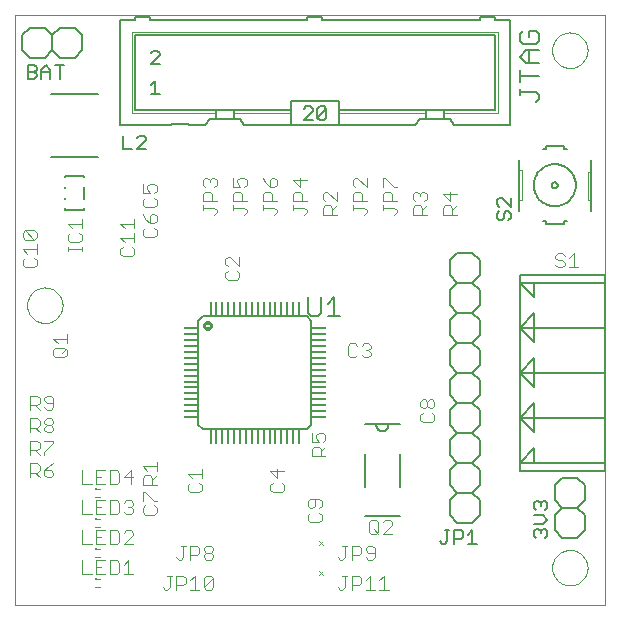
<source format=gto>
G75*
%MOIN*%
%OFA0B0*%
%FSLAX24Y24*%
%IPPOS*%
%LPD*%
%AMOC8*
5,1,8,0,0,1.08239X$1,22.5*
%
%ADD10C,0.0000*%
%ADD11C,0.0020*%
%ADD12C,0.0080*%
%ADD13C,0.0100*%
%ADD14R,0.0472X0.0079*%
%ADD15R,0.0079X0.0472*%
%ADD16C,0.0060*%
%ADD17C,0.0040*%
%ADD18C,0.0050*%
%ADD19C,0.0079*%
%ADD20C,0.0070*%
%ADD21R,0.0098X0.0089*%
D10*
X000800Y000550D02*
X000800Y020235D01*
X020485Y020235D01*
X020485Y000550D01*
X000800Y000550D01*
X001209Y010550D02*
X001211Y010598D01*
X001217Y010646D01*
X001227Y010693D01*
X001240Y010739D01*
X001258Y010784D01*
X001278Y010828D01*
X001303Y010870D01*
X001331Y010909D01*
X001361Y010946D01*
X001395Y010980D01*
X001432Y011012D01*
X001470Y011041D01*
X001511Y011066D01*
X001554Y011088D01*
X001599Y011106D01*
X001645Y011120D01*
X001692Y011131D01*
X001740Y011138D01*
X001788Y011141D01*
X001836Y011140D01*
X001884Y011135D01*
X001932Y011126D01*
X001978Y011114D01*
X002023Y011097D01*
X002067Y011077D01*
X002109Y011054D01*
X002149Y011027D01*
X002187Y010997D01*
X002222Y010964D01*
X002254Y010928D01*
X002284Y010890D01*
X002310Y010849D01*
X002332Y010806D01*
X002352Y010762D01*
X002367Y010717D01*
X002379Y010670D01*
X002387Y010622D01*
X002391Y010574D01*
X002391Y010526D01*
X002387Y010478D01*
X002379Y010430D01*
X002367Y010383D01*
X002352Y010338D01*
X002332Y010294D01*
X002310Y010251D01*
X002284Y010210D01*
X002254Y010172D01*
X002222Y010136D01*
X002187Y010103D01*
X002149Y010073D01*
X002109Y010046D01*
X002067Y010023D01*
X002023Y010003D01*
X001978Y009986D01*
X001932Y009974D01*
X001884Y009965D01*
X001836Y009960D01*
X001788Y009959D01*
X001740Y009962D01*
X001692Y009969D01*
X001645Y009980D01*
X001599Y009994D01*
X001554Y010012D01*
X001511Y010034D01*
X001470Y010059D01*
X001432Y010088D01*
X001395Y010120D01*
X001361Y010154D01*
X001331Y010191D01*
X001303Y010230D01*
X001278Y010272D01*
X001258Y010316D01*
X001240Y010361D01*
X001227Y010407D01*
X001217Y010454D01*
X001211Y010502D01*
X001209Y010550D01*
X018709Y019050D02*
X018711Y019098D01*
X018717Y019146D01*
X018727Y019193D01*
X018740Y019239D01*
X018758Y019284D01*
X018778Y019328D01*
X018803Y019370D01*
X018831Y019409D01*
X018861Y019446D01*
X018895Y019480D01*
X018932Y019512D01*
X018970Y019541D01*
X019011Y019566D01*
X019054Y019588D01*
X019099Y019606D01*
X019145Y019620D01*
X019192Y019631D01*
X019240Y019638D01*
X019288Y019641D01*
X019336Y019640D01*
X019384Y019635D01*
X019432Y019626D01*
X019478Y019614D01*
X019523Y019597D01*
X019567Y019577D01*
X019609Y019554D01*
X019649Y019527D01*
X019687Y019497D01*
X019722Y019464D01*
X019754Y019428D01*
X019784Y019390D01*
X019810Y019349D01*
X019832Y019306D01*
X019852Y019262D01*
X019867Y019217D01*
X019879Y019170D01*
X019887Y019122D01*
X019891Y019074D01*
X019891Y019026D01*
X019887Y018978D01*
X019879Y018930D01*
X019867Y018883D01*
X019852Y018838D01*
X019832Y018794D01*
X019810Y018751D01*
X019784Y018710D01*
X019754Y018672D01*
X019722Y018636D01*
X019687Y018603D01*
X019649Y018573D01*
X019609Y018546D01*
X019567Y018523D01*
X019523Y018503D01*
X019478Y018486D01*
X019432Y018474D01*
X019384Y018465D01*
X019336Y018460D01*
X019288Y018459D01*
X019240Y018462D01*
X019192Y018469D01*
X019145Y018480D01*
X019099Y018494D01*
X019054Y018512D01*
X019011Y018534D01*
X018970Y018559D01*
X018932Y018588D01*
X018895Y018620D01*
X018861Y018654D01*
X018831Y018691D01*
X018803Y018730D01*
X018778Y018772D01*
X018758Y018816D01*
X018740Y018861D01*
X018727Y018907D01*
X018717Y018954D01*
X018711Y019002D01*
X018709Y019050D01*
X018709Y001800D02*
X018711Y001848D01*
X018717Y001896D01*
X018727Y001943D01*
X018740Y001989D01*
X018758Y002034D01*
X018778Y002078D01*
X018803Y002120D01*
X018831Y002159D01*
X018861Y002196D01*
X018895Y002230D01*
X018932Y002262D01*
X018970Y002291D01*
X019011Y002316D01*
X019054Y002338D01*
X019099Y002356D01*
X019145Y002370D01*
X019192Y002381D01*
X019240Y002388D01*
X019288Y002391D01*
X019336Y002390D01*
X019384Y002385D01*
X019432Y002376D01*
X019478Y002364D01*
X019523Y002347D01*
X019567Y002327D01*
X019609Y002304D01*
X019649Y002277D01*
X019687Y002247D01*
X019722Y002214D01*
X019754Y002178D01*
X019784Y002140D01*
X019810Y002099D01*
X019832Y002056D01*
X019852Y002012D01*
X019867Y001967D01*
X019879Y001920D01*
X019887Y001872D01*
X019891Y001824D01*
X019891Y001776D01*
X019887Y001728D01*
X019879Y001680D01*
X019867Y001633D01*
X019852Y001588D01*
X019832Y001544D01*
X019810Y001501D01*
X019784Y001460D01*
X019754Y001422D01*
X019722Y001386D01*
X019687Y001353D01*
X019649Y001323D01*
X019609Y001296D01*
X019567Y001273D01*
X019523Y001253D01*
X019478Y001236D01*
X019432Y001224D01*
X019384Y001215D01*
X019336Y001210D01*
X019288Y001209D01*
X019240Y001212D01*
X019192Y001219D01*
X019145Y001230D01*
X019099Y001244D01*
X019054Y001262D01*
X019011Y001284D01*
X018970Y001309D01*
X018932Y001338D01*
X018895Y001370D01*
X018861Y001404D01*
X018831Y001441D01*
X018803Y001480D01*
X018778Y001522D01*
X018758Y001566D01*
X018740Y001611D01*
X018727Y001657D01*
X018717Y001704D01*
X018711Y001752D01*
X018709Y001800D01*
D11*
X011082Y001707D02*
X010935Y001560D01*
X010935Y001707D02*
X011082Y001560D01*
X011082Y002560D02*
X010935Y002707D01*
X010935Y002560D02*
X011082Y002707D01*
X017600Y014050D02*
X017700Y014050D01*
X017700Y015050D01*
X017600Y015050D01*
X016900Y016950D02*
X016900Y019650D01*
X004700Y019650D01*
X004700Y016950D01*
X007500Y016950D01*
X008100Y016950D02*
X010000Y016950D01*
X011600Y016950D02*
X014500Y016950D01*
X015100Y016950D02*
X016900Y016950D01*
X019900Y015000D02*
X019900Y014050D01*
X020000Y014050D01*
X020000Y015000D02*
X019900Y015000D01*
D12*
X013641Y006585D02*
X012459Y006585D01*
X012853Y006546D02*
X012855Y006519D01*
X012860Y006493D01*
X012869Y006468D01*
X012882Y006444D01*
X012897Y006422D01*
X012916Y006402D01*
X012936Y006385D01*
X012959Y006371D01*
X012984Y006360D01*
X013010Y006353D01*
X013037Y006349D01*
X013063Y006349D01*
X013090Y006353D01*
X013116Y006360D01*
X013141Y006371D01*
X013164Y006385D01*
X013184Y006402D01*
X013203Y006422D01*
X013218Y006444D01*
X013231Y006468D01*
X013240Y006493D01*
X013245Y006519D01*
X013247Y006546D01*
X013641Y005601D02*
X013641Y004499D01*
X013641Y003515D02*
X012459Y003515D01*
X012459Y004499D02*
X012459Y005601D01*
X010690Y006568D02*
X010532Y006410D01*
X007068Y006410D01*
X006910Y006568D01*
X006910Y010032D01*
X007068Y010190D01*
X010532Y010190D01*
X010690Y010032D01*
X010690Y006568D01*
D13*
X007114Y009875D02*
X007116Y009895D01*
X007121Y009915D01*
X007131Y009933D01*
X007143Y009950D01*
X007158Y009964D01*
X007176Y009974D01*
X007195Y009982D01*
X007215Y009986D01*
X007235Y009986D01*
X007255Y009982D01*
X007274Y009974D01*
X007292Y009964D01*
X007307Y009950D01*
X007319Y009933D01*
X007329Y009915D01*
X007334Y009895D01*
X007336Y009875D01*
X007334Y009855D01*
X007329Y009835D01*
X007319Y009817D01*
X007307Y009800D01*
X007292Y009786D01*
X007274Y009776D01*
X007255Y009768D01*
X007235Y009764D01*
X007215Y009764D01*
X007195Y009768D01*
X007176Y009776D01*
X007158Y009786D01*
X007143Y009800D01*
X007131Y009817D01*
X007121Y009835D01*
X007116Y009855D01*
X007114Y009875D01*
D14*
X006674Y009776D03*
X006674Y009580D03*
X006674Y009383D03*
X006674Y009186D03*
X006674Y008989D03*
X006674Y008792D03*
X006674Y008595D03*
X006674Y008398D03*
X006674Y008202D03*
X006674Y008005D03*
X006674Y007808D03*
X006674Y007611D03*
X006674Y007414D03*
X006674Y007217D03*
X006674Y007020D03*
X006674Y006824D03*
X010926Y006824D03*
X010926Y007020D03*
X010926Y007217D03*
X010926Y007414D03*
X010926Y007611D03*
X010926Y007808D03*
X010926Y008005D03*
X010926Y008202D03*
X010926Y008398D03*
X010926Y008595D03*
X010926Y008792D03*
X010926Y008989D03*
X010926Y009186D03*
X010926Y009383D03*
X010926Y009580D03*
X010926Y009776D03*
D15*
X010276Y010426D03*
X010080Y010426D03*
X009883Y010426D03*
X009686Y010426D03*
X009489Y010426D03*
X009292Y010426D03*
X009095Y010426D03*
X008898Y010426D03*
X008702Y010426D03*
X008505Y010426D03*
X008308Y010426D03*
X008111Y010426D03*
X007914Y010426D03*
X007717Y010426D03*
X007520Y010426D03*
X007324Y010426D03*
X007324Y006174D03*
X007520Y006174D03*
X007717Y006174D03*
X007914Y006174D03*
X008111Y006174D03*
X008308Y006174D03*
X008505Y006174D03*
X008702Y006174D03*
X008898Y006174D03*
X009095Y006174D03*
X009292Y006174D03*
X009489Y006174D03*
X009686Y006174D03*
X009883Y006174D03*
X010080Y006174D03*
X010276Y006174D03*
D16*
X010687Y010180D02*
X010900Y010180D01*
X011007Y010287D01*
X011007Y010821D01*
X011225Y010607D02*
X011438Y010821D01*
X011438Y010180D01*
X011225Y010180D02*
X011652Y010180D01*
X010687Y010180D02*
X010580Y010287D01*
X010580Y010821D01*
X015300Y011050D02*
X015300Y010550D01*
X015550Y010300D01*
X016050Y010300D01*
X016300Y010550D01*
X016300Y011050D01*
X016050Y011300D01*
X016300Y011550D01*
X016300Y012050D01*
X016050Y012300D01*
X015550Y012300D01*
X015300Y012050D01*
X015300Y011550D01*
X015550Y011300D01*
X016050Y011300D01*
X015550Y011300D02*
X015300Y011050D01*
X015550Y010300D02*
X015300Y010050D01*
X015300Y009550D01*
X015550Y009300D01*
X016050Y009300D01*
X016300Y009550D01*
X016300Y010050D01*
X016050Y010300D01*
X016050Y009300D02*
X016300Y009050D01*
X016300Y008550D01*
X016050Y008300D01*
X016300Y008050D01*
X016300Y007550D01*
X016050Y007300D01*
X016300Y007050D01*
X016300Y006550D01*
X016050Y006300D01*
X016300Y006050D01*
X016300Y005550D01*
X016050Y005300D01*
X016300Y005050D01*
X016300Y004550D01*
X016050Y004300D01*
X016300Y004050D01*
X016300Y003550D01*
X016050Y003300D01*
X015550Y003300D01*
X015300Y003550D01*
X015300Y004050D01*
X015550Y004300D01*
X015300Y004550D01*
X015300Y005050D01*
X015550Y005300D01*
X016050Y005300D01*
X015550Y005300D02*
X015300Y005550D01*
X015300Y006050D01*
X015550Y006300D01*
X015300Y006550D01*
X015300Y007050D01*
X015550Y007300D01*
X015300Y007550D01*
X015300Y008050D01*
X015550Y008300D01*
X016050Y008300D01*
X015550Y008300D02*
X015300Y008550D01*
X015300Y009050D01*
X015550Y009300D01*
X015550Y007300D02*
X016050Y007300D01*
X016050Y006300D02*
X015550Y006300D01*
X015550Y004300D02*
X016050Y004300D01*
X018800Y004050D02*
X018800Y004550D01*
X019050Y004800D01*
X019550Y004800D01*
X019800Y004550D01*
X019800Y004050D01*
X019550Y003800D01*
X019800Y003550D01*
X019800Y003050D01*
X019550Y002800D01*
X019050Y002800D01*
X018800Y003050D01*
X018800Y003550D01*
X019050Y003800D01*
X018800Y004050D01*
X019050Y003800D02*
X019550Y003800D01*
X019100Y013250D02*
X018500Y013250D01*
X018500Y013350D01*
X018400Y013350D01*
X019100Y013350D02*
X019100Y013250D01*
X019100Y013350D02*
X019200Y013350D01*
X020000Y013700D02*
X020000Y014050D01*
X020000Y015000D01*
X020000Y015400D01*
X019200Y015750D02*
X019100Y015750D01*
X019100Y015850D01*
X018500Y015850D01*
X018500Y015750D01*
X018400Y015750D01*
X017600Y015400D02*
X017600Y015050D01*
X017600Y014050D01*
X017600Y013700D01*
X018700Y014550D02*
X018702Y014570D01*
X018708Y014588D01*
X018717Y014606D01*
X018729Y014621D01*
X018744Y014633D01*
X018762Y014642D01*
X018780Y014648D01*
X018800Y014650D01*
X018820Y014648D01*
X018838Y014642D01*
X018856Y014633D01*
X018871Y014621D01*
X018883Y014606D01*
X018892Y014588D01*
X018898Y014570D01*
X018900Y014550D01*
X018898Y014530D01*
X018892Y014512D01*
X018883Y014494D01*
X018871Y014479D01*
X018856Y014467D01*
X018838Y014458D01*
X018820Y014452D01*
X018800Y014450D01*
X018780Y014452D01*
X018762Y014458D01*
X018744Y014467D01*
X018729Y014479D01*
X018717Y014494D01*
X018708Y014512D01*
X018702Y014530D01*
X018700Y014550D01*
X018100Y014550D02*
X018102Y014602D01*
X018108Y014654D01*
X018118Y014706D01*
X018131Y014756D01*
X018148Y014806D01*
X018169Y014854D01*
X018194Y014900D01*
X018222Y014944D01*
X018253Y014986D01*
X018287Y015026D01*
X018324Y015063D01*
X018364Y015097D01*
X018406Y015128D01*
X018450Y015156D01*
X018496Y015181D01*
X018544Y015202D01*
X018594Y015219D01*
X018644Y015232D01*
X018696Y015242D01*
X018748Y015248D01*
X018800Y015250D01*
X018852Y015248D01*
X018904Y015242D01*
X018956Y015232D01*
X019006Y015219D01*
X019056Y015202D01*
X019104Y015181D01*
X019150Y015156D01*
X019194Y015128D01*
X019236Y015097D01*
X019276Y015063D01*
X019313Y015026D01*
X019347Y014986D01*
X019378Y014944D01*
X019406Y014900D01*
X019431Y014854D01*
X019452Y014806D01*
X019469Y014756D01*
X019482Y014706D01*
X019492Y014654D01*
X019498Y014602D01*
X019500Y014550D01*
X019498Y014498D01*
X019492Y014446D01*
X019482Y014394D01*
X019469Y014344D01*
X019452Y014294D01*
X019431Y014246D01*
X019406Y014200D01*
X019378Y014156D01*
X019347Y014114D01*
X019313Y014074D01*
X019276Y014037D01*
X019236Y014003D01*
X019194Y013972D01*
X019150Y013944D01*
X019104Y013919D01*
X019056Y013898D01*
X019006Y013881D01*
X018956Y013868D01*
X018904Y013858D01*
X018852Y013852D01*
X018800Y013850D01*
X018748Y013852D01*
X018696Y013858D01*
X018644Y013868D01*
X018594Y013881D01*
X018544Y013898D01*
X018496Y013919D01*
X018450Y013944D01*
X018406Y013972D01*
X018364Y014003D01*
X018324Y014037D01*
X018287Y014074D01*
X018253Y014114D01*
X018222Y014156D01*
X018194Y014200D01*
X018169Y014246D01*
X018148Y014294D01*
X018131Y014344D01*
X018118Y014394D01*
X018108Y014446D01*
X018102Y014498D01*
X018100Y014550D01*
X017300Y016550D02*
X017300Y020050D01*
X016800Y020050D01*
X016800Y020150D01*
X016300Y020150D01*
X016300Y020050D01*
X011050Y020050D01*
X011050Y020150D01*
X010550Y020150D01*
X010550Y020050D01*
X005300Y020050D01*
X005300Y020150D01*
X004800Y020150D01*
X004800Y020050D01*
X004300Y020050D01*
X004300Y016550D01*
X006000Y016550D01*
X006000Y016600D01*
X006600Y016600D01*
X006600Y016550D01*
X007150Y016550D01*
X007300Y016750D01*
X007500Y016750D01*
X008100Y016750D01*
X008300Y016750D01*
X008450Y016550D01*
X010000Y016550D01*
X010000Y016950D01*
X010000Y017050D01*
X008100Y017050D01*
X007500Y017050D01*
X004800Y017050D01*
X004800Y019550D01*
X016800Y019550D01*
X016800Y017050D01*
X015100Y017050D01*
X014500Y017050D01*
X011600Y017050D01*
X011600Y016950D01*
X011600Y016550D01*
X010000Y016550D01*
X010000Y017050D02*
X010000Y017350D01*
X011600Y017350D01*
X011600Y017050D01*
X011600Y016550D02*
X014150Y016550D01*
X014300Y016750D01*
X014500Y016750D01*
X015100Y016750D01*
X015100Y016950D01*
X015100Y017050D01*
X015100Y016750D02*
X015300Y016750D01*
X015450Y016550D01*
X017300Y016550D01*
X014500Y016750D02*
X014500Y016950D01*
X014500Y017050D01*
X008100Y017050D02*
X008100Y016950D01*
X008100Y016750D01*
X007500Y016750D02*
X007500Y016950D01*
X007500Y017050D01*
X003119Y014860D02*
X003119Y014823D01*
X003119Y014860D02*
X002481Y014860D01*
X002481Y014823D01*
X002481Y014506D02*
X002481Y014469D01*
X002481Y014131D02*
X002481Y014094D01*
X002481Y013777D02*
X002481Y013740D01*
X003119Y013740D01*
X003119Y013777D01*
X003119Y014094D02*
X003119Y014506D01*
X002800Y018800D02*
X002300Y018800D01*
X002050Y019050D01*
X001800Y018800D01*
X001300Y018800D01*
X001050Y019050D01*
X001050Y019550D01*
X001300Y019800D01*
X001800Y019800D01*
X002050Y019550D01*
X002300Y019800D01*
X002800Y019800D01*
X003050Y019550D01*
X003050Y019050D01*
X002800Y018800D01*
X002050Y019050D02*
X002050Y019550D01*
D17*
X005070Y014587D02*
X005070Y014280D01*
X005300Y014280D01*
X005223Y014434D01*
X005223Y014511D01*
X005300Y014587D01*
X005453Y014587D01*
X005530Y014511D01*
X005530Y014357D01*
X005453Y014280D01*
X005453Y014127D02*
X005530Y014050D01*
X005530Y013897D01*
X005453Y013820D01*
X005146Y013820D01*
X005070Y013897D01*
X005070Y014050D01*
X005146Y014127D01*
X005070Y013587D02*
X005146Y013434D01*
X005300Y013280D01*
X005300Y013511D01*
X005377Y013587D01*
X005453Y013587D01*
X005530Y013511D01*
X005530Y013357D01*
X005453Y013280D01*
X005300Y013280D01*
X005453Y013127D02*
X005530Y013050D01*
X005530Y012897D01*
X005453Y012820D01*
X005146Y012820D01*
X005070Y012897D01*
X005070Y013050D01*
X005146Y013127D01*
X004780Y013110D02*
X004780Y013417D01*
X004780Y013263D02*
X004320Y013263D01*
X004473Y013110D01*
X004780Y012956D02*
X004780Y012649D01*
X004780Y012803D02*
X004320Y012803D01*
X004473Y012649D01*
X004396Y012496D02*
X004320Y012419D01*
X004320Y012266D01*
X004396Y012189D01*
X004703Y012189D01*
X004780Y012266D01*
X004780Y012419D01*
X004703Y012496D01*
X003030Y012496D02*
X003030Y012342D01*
X003030Y012419D02*
X002570Y012419D01*
X002570Y012342D02*
X002570Y012496D01*
X002646Y012649D02*
X002953Y012649D01*
X003030Y012726D01*
X003030Y012879D01*
X002953Y012956D01*
X003030Y013110D02*
X003030Y013417D01*
X003030Y013263D02*
X002570Y013263D01*
X002723Y013110D01*
X002646Y012956D02*
X002570Y012879D01*
X002570Y012726D01*
X002646Y012649D01*
X001530Y012581D02*
X001530Y012274D01*
X001530Y012428D02*
X001070Y012428D01*
X001223Y012274D01*
X001146Y012121D02*
X001070Y012044D01*
X001070Y011891D01*
X001146Y011814D01*
X001453Y011814D01*
X001530Y011891D01*
X001530Y012044D01*
X001453Y012121D01*
X001453Y012735D02*
X001146Y012735D01*
X001070Y012811D01*
X001070Y012965D01*
X001146Y013042D01*
X001453Y012735D01*
X001530Y012811D01*
X001530Y012965D01*
X001453Y013042D01*
X001146Y013042D01*
X002533Y009584D02*
X002533Y009277D01*
X002533Y009430D02*
X002072Y009430D01*
X002226Y009277D01*
X002149Y009123D02*
X002072Y009047D01*
X002072Y008893D01*
X002149Y008817D01*
X002456Y008817D01*
X002533Y008893D01*
X002533Y009047D01*
X002456Y009123D01*
X002149Y009123D01*
X002379Y008970D02*
X002533Y009123D01*
X002011Y007530D02*
X001857Y007530D01*
X001780Y007454D01*
X001780Y007377D01*
X001857Y007300D01*
X002087Y007300D01*
X002087Y007147D02*
X002011Y007070D01*
X001857Y007070D01*
X001780Y007147D01*
X001627Y007070D02*
X001473Y007223D01*
X001550Y007223D02*
X001320Y007223D01*
X001320Y007070D02*
X001320Y007530D01*
X001550Y007530D01*
X001627Y007454D01*
X001627Y007300D01*
X001550Y007223D01*
X001550Y006780D02*
X001320Y006780D01*
X001320Y006320D01*
X001320Y006473D02*
X001550Y006473D01*
X001627Y006550D01*
X001627Y006704D01*
X001550Y006780D01*
X001780Y006704D02*
X001780Y006627D01*
X001857Y006550D01*
X002011Y006550D01*
X002087Y006473D01*
X002087Y006397D01*
X002011Y006320D01*
X001857Y006320D01*
X001780Y006397D01*
X001780Y006473D01*
X001857Y006550D01*
X002011Y006550D02*
X002087Y006627D01*
X002087Y006704D01*
X002011Y006780D01*
X001857Y006780D01*
X001780Y006704D01*
X001473Y006473D02*
X001627Y006320D01*
X001550Y006030D02*
X001320Y006030D01*
X001320Y005570D01*
X001320Y005723D02*
X001550Y005723D01*
X001627Y005800D01*
X001627Y005954D01*
X001550Y006030D01*
X001780Y006030D02*
X002087Y006030D01*
X002087Y005954D01*
X001780Y005647D01*
X001780Y005570D01*
X001627Y005570D02*
X001473Y005723D01*
X001550Y005280D02*
X001320Y005280D01*
X001320Y004820D01*
X001320Y004973D02*
X001550Y004973D01*
X001627Y005050D01*
X001627Y005204D01*
X001550Y005280D01*
X001473Y004973D02*
X001627Y004820D01*
X001780Y004897D02*
X001780Y005050D01*
X002011Y005050D01*
X002087Y004973D01*
X002087Y004897D01*
X002011Y004820D01*
X001857Y004820D01*
X001780Y004897D01*
X001780Y005050D02*
X001934Y005204D01*
X002087Y005280D01*
X003051Y005049D02*
X003051Y004589D01*
X003358Y004589D01*
X003512Y004589D02*
X003819Y004589D01*
X003972Y004589D02*
X004202Y004589D01*
X004279Y004665D01*
X004279Y004972D01*
X004202Y005049D01*
X003972Y005049D01*
X003972Y004589D01*
X003629Y004438D02*
X003471Y004438D01*
X003512Y004589D02*
X003512Y005049D01*
X003819Y005049D01*
X003665Y004819D02*
X003512Y004819D01*
X003471Y004162D02*
X003629Y004162D01*
X003512Y004049D02*
X003512Y003589D01*
X003819Y003589D01*
X003972Y003589D02*
X004202Y003589D01*
X004279Y003665D01*
X004279Y003972D01*
X004202Y004049D01*
X003972Y004049D01*
X003972Y003589D01*
X003629Y003438D02*
X003471Y003438D01*
X003358Y003589D02*
X003051Y003589D01*
X003051Y004049D01*
X003512Y004049D02*
X003819Y004049D01*
X003665Y003819D02*
X003512Y003819D01*
X003471Y003162D02*
X003629Y003162D01*
X003512Y003049D02*
X003512Y002589D01*
X003819Y002589D01*
X003972Y002589D02*
X004202Y002589D01*
X004279Y002665D01*
X004279Y002972D01*
X004202Y003049D01*
X003972Y003049D01*
X003972Y002589D01*
X003629Y002438D02*
X003471Y002438D01*
X003358Y002589D02*
X003051Y002589D01*
X003051Y003049D01*
X003512Y003049D02*
X003819Y003049D01*
X003665Y002819D02*
X003512Y002819D01*
X003471Y002162D02*
X003629Y002162D01*
X003512Y002049D02*
X003512Y001589D01*
X003819Y001589D01*
X003972Y001589D02*
X004202Y001589D01*
X004279Y001665D01*
X004279Y001972D01*
X004202Y002049D01*
X003972Y002049D01*
X003972Y001589D01*
X003629Y001438D02*
X003471Y001438D01*
X003358Y001589D02*
X003051Y001589D01*
X003051Y002049D01*
X003512Y002049D02*
X003819Y002049D01*
X003665Y001819D02*
X003512Y001819D01*
X003471Y001162D02*
X003629Y001162D01*
X004432Y001589D02*
X004739Y001589D01*
X004586Y001589D02*
X004586Y002049D01*
X004432Y001896D01*
X004432Y002589D02*
X004739Y002896D01*
X004739Y002972D01*
X004663Y003049D01*
X004509Y003049D01*
X004432Y002972D01*
X004432Y002589D02*
X004739Y002589D01*
X004663Y003589D02*
X004509Y003589D01*
X004432Y003665D01*
X004586Y003819D02*
X004663Y003819D01*
X004739Y003742D01*
X004739Y003665D01*
X004663Y003589D01*
X004663Y003819D02*
X004739Y003896D01*
X004739Y003972D01*
X004663Y004049D01*
X004509Y004049D01*
X004432Y003972D01*
X005070Y004030D02*
X005070Y004337D01*
X005146Y004337D01*
X005453Y004030D01*
X005530Y004030D01*
X005453Y003877D02*
X005530Y003800D01*
X005530Y003647D01*
X005453Y003570D01*
X005146Y003570D01*
X005070Y003647D01*
X005070Y003800D01*
X005146Y003877D01*
X005070Y004570D02*
X005070Y004800D01*
X005146Y004877D01*
X005300Y004877D01*
X005377Y004800D01*
X005377Y004570D01*
X005530Y004570D02*
X005070Y004570D01*
X005377Y004723D02*
X005530Y004877D01*
X005530Y005030D02*
X005530Y005337D01*
X005530Y005184D02*
X005070Y005184D01*
X005223Y005030D01*
X004739Y004819D02*
X004432Y004819D01*
X004663Y005049D01*
X004663Y004589D01*
X006570Y004550D02*
X006570Y004397D01*
X006646Y004320D01*
X006953Y004320D01*
X007030Y004397D01*
X007030Y004550D01*
X006953Y004627D01*
X007030Y004780D02*
X007030Y005087D01*
X007030Y004934D02*
X006570Y004934D01*
X006723Y004780D01*
X006646Y004627D02*
X006570Y004550D01*
X006496Y002530D02*
X006342Y002530D01*
X006419Y002530D02*
X006419Y002147D01*
X006342Y002070D01*
X006266Y002070D01*
X006189Y002147D01*
X006649Y002223D02*
X006879Y002223D01*
X006956Y002300D01*
X006956Y002454D01*
X006879Y002530D01*
X006649Y002530D01*
X006649Y002070D01*
X007110Y002147D02*
X007110Y002223D01*
X007186Y002300D01*
X007340Y002300D01*
X007417Y002223D01*
X007417Y002147D01*
X007340Y002070D01*
X007186Y002070D01*
X007110Y002147D01*
X007186Y002300D02*
X007110Y002377D01*
X007110Y002454D01*
X007186Y002530D01*
X007340Y002530D01*
X007417Y002454D01*
X007417Y002377D01*
X007340Y002300D01*
X007340Y001530D02*
X007186Y001530D01*
X007110Y001454D01*
X007110Y001147D01*
X007417Y001454D01*
X007417Y001147D01*
X007340Y001070D01*
X007186Y001070D01*
X007110Y001147D01*
X006956Y001070D02*
X006649Y001070D01*
X006803Y001070D02*
X006803Y001530D01*
X006649Y001377D01*
X006496Y001454D02*
X006496Y001300D01*
X006419Y001223D01*
X006189Y001223D01*
X006189Y001070D02*
X006189Y001530D01*
X006419Y001530D01*
X006496Y001454D01*
X006035Y001530D02*
X005882Y001530D01*
X005959Y001530D02*
X005959Y001147D01*
X005882Y001070D01*
X005805Y001070D01*
X005728Y001147D01*
X007340Y001530D02*
X007417Y001454D01*
X009396Y004320D02*
X009320Y004397D01*
X009320Y004550D01*
X009396Y004627D01*
X009550Y004780D02*
X009550Y005087D01*
X009780Y005011D02*
X009320Y005011D01*
X009550Y004780D01*
X009703Y004627D02*
X009780Y004550D01*
X009780Y004397D01*
X009703Y004320D01*
X009396Y004320D01*
X010570Y004011D02*
X010570Y003857D01*
X010646Y003780D01*
X010723Y003780D01*
X010800Y003857D01*
X010800Y004087D01*
X010953Y004087D02*
X010646Y004087D01*
X010570Y004011D01*
X010953Y004087D02*
X011030Y004011D01*
X011030Y003857D01*
X010953Y003780D01*
X010953Y003627D02*
X011030Y003550D01*
X011030Y003397D01*
X010953Y003320D01*
X010646Y003320D01*
X010570Y003397D01*
X010570Y003550D01*
X010646Y003627D01*
X011723Y002530D02*
X011877Y002530D01*
X011800Y002530D02*
X011800Y002147D01*
X011723Y002070D01*
X011647Y002070D01*
X011570Y002147D01*
X012030Y002223D02*
X012261Y002223D01*
X012337Y002300D01*
X012337Y002454D01*
X012261Y002530D01*
X012030Y002530D01*
X012030Y002070D01*
X012491Y002147D02*
X012568Y002070D01*
X012721Y002070D01*
X012798Y002147D01*
X012798Y002454D01*
X012721Y002530D01*
X012568Y002530D01*
X012491Y002454D01*
X012491Y002377D01*
X012568Y002300D01*
X012798Y002300D01*
X012843Y002928D02*
X012689Y002928D01*
X012613Y003005D01*
X012613Y003312D01*
X012689Y003389D01*
X012843Y003389D01*
X012920Y003312D01*
X012920Y003005D01*
X012843Y002928D01*
X012920Y002928D02*
X012766Y003082D01*
X013073Y002928D02*
X013380Y003235D01*
X013380Y003312D01*
X013303Y003389D01*
X013150Y003389D01*
X013073Y003312D01*
X013073Y002928D02*
X013380Y002928D01*
X013105Y001530D02*
X013105Y001070D01*
X013258Y001070D02*
X012951Y001070D01*
X012798Y001070D02*
X012491Y001070D01*
X012644Y001070D02*
X012644Y001530D01*
X012491Y001377D01*
X012337Y001454D02*
X012337Y001300D01*
X012261Y001223D01*
X012030Y001223D01*
X012030Y001070D02*
X012030Y001530D01*
X012261Y001530D01*
X012337Y001454D01*
X011877Y001530D02*
X011723Y001530D01*
X011800Y001530D02*
X011800Y001147D01*
X011723Y001070D01*
X011647Y001070D01*
X011570Y001147D01*
X012951Y001377D02*
X013105Y001530D01*
X011155Y005524D02*
X010695Y005524D01*
X010695Y005754D01*
X010771Y005831D01*
X010925Y005831D01*
X011002Y005754D01*
X011002Y005524D01*
X011002Y005678D02*
X011155Y005831D01*
X011078Y005985D02*
X011155Y006061D01*
X011155Y006215D01*
X011078Y006292D01*
X010925Y006292D01*
X010848Y006215D01*
X010848Y006138D01*
X010925Y005985D01*
X010695Y005985D01*
X010695Y006292D01*
X011976Y008820D02*
X012129Y008820D01*
X012206Y008897D01*
X012360Y008897D02*
X012436Y008820D01*
X012590Y008820D01*
X012667Y008897D01*
X012667Y008973D01*
X012590Y009050D01*
X012513Y009050D01*
X012590Y009050D02*
X012667Y009127D01*
X012667Y009204D01*
X012590Y009280D01*
X012436Y009280D01*
X012360Y009204D01*
X012206Y009204D02*
X012129Y009280D01*
X011976Y009280D01*
X011899Y009204D01*
X011899Y008897D01*
X011976Y008820D01*
X014320Y007340D02*
X014396Y007417D01*
X014473Y007417D01*
X014550Y007340D01*
X014550Y007186D01*
X014473Y007110D01*
X014396Y007110D01*
X014320Y007186D01*
X014320Y007340D01*
X014550Y007340D02*
X014627Y007417D01*
X014703Y007417D01*
X014780Y007340D01*
X014780Y007186D01*
X014703Y007110D01*
X014627Y007110D01*
X014550Y007186D01*
X014703Y006956D02*
X014780Y006879D01*
X014780Y006726D01*
X014703Y006649D01*
X014396Y006649D01*
X014320Y006726D01*
X014320Y006879D01*
X014396Y006956D01*
X018897Y011820D02*
X018820Y011897D01*
X018897Y011820D02*
X019050Y011820D01*
X019127Y011897D01*
X019127Y011973D01*
X019050Y012050D01*
X018897Y012050D01*
X018820Y012127D01*
X018820Y012204D01*
X018897Y012280D01*
X019050Y012280D01*
X019127Y012204D01*
X019280Y012127D02*
X019434Y012280D01*
X019434Y011820D01*
X019587Y011820D02*
X019280Y011820D01*
X015530Y013570D02*
X015070Y013570D01*
X015070Y013800D01*
X015146Y013877D01*
X015300Y013877D01*
X015377Y013800D01*
X015377Y013570D01*
X015377Y013723D02*
X015530Y013877D01*
X015300Y014030D02*
X015300Y014337D01*
X015530Y014261D02*
X015070Y014261D01*
X015300Y014030D01*
X014530Y014107D02*
X014453Y014030D01*
X014530Y014107D02*
X014530Y014261D01*
X014453Y014337D01*
X014377Y014337D01*
X014300Y014261D01*
X014300Y014184D01*
X014300Y014261D02*
X014223Y014337D01*
X014146Y014337D01*
X014070Y014261D01*
X014070Y014107D01*
X014146Y014030D01*
X014146Y013877D02*
X014070Y013800D01*
X014070Y013570D01*
X014530Y013570D01*
X014377Y013570D02*
X014377Y013800D01*
X014300Y013877D01*
X014146Y013877D01*
X014377Y013723D02*
X014530Y013877D01*
X013530Y014030D02*
X013070Y014030D01*
X013070Y014261D01*
X013146Y014337D01*
X013300Y014337D01*
X013377Y014261D01*
X013377Y014030D01*
X013453Y013800D02*
X013070Y013800D01*
X013070Y013723D02*
X013070Y013877D01*
X013453Y013800D02*
X013530Y013723D01*
X013530Y013647D01*
X013453Y013570D01*
X013453Y014491D02*
X013530Y014491D01*
X013453Y014491D02*
X013146Y014798D01*
X013070Y014798D01*
X013070Y014491D01*
X012530Y014491D02*
X012223Y014798D01*
X012146Y014798D01*
X012070Y014721D01*
X012070Y014568D01*
X012146Y014491D01*
X012146Y014337D02*
X012300Y014337D01*
X012377Y014261D01*
X012377Y014030D01*
X012530Y014030D02*
X012070Y014030D01*
X012070Y014261D01*
X012146Y014337D01*
X012530Y014491D02*
X012530Y014798D01*
X012453Y013800D02*
X012070Y013800D01*
X012070Y013723D02*
X012070Y013877D01*
X012453Y013800D02*
X012530Y013723D01*
X012530Y013647D01*
X012453Y013570D01*
X011530Y013570D02*
X011070Y013570D01*
X011070Y013800D01*
X011146Y013877D01*
X011300Y013877D01*
X011377Y013800D01*
X011377Y013570D01*
X011377Y013723D02*
X011530Y013877D01*
X011530Y014030D02*
X011223Y014337D01*
X011146Y014337D01*
X011070Y014261D01*
X011070Y014107D01*
X011146Y014030D01*
X011530Y014030D02*
X011530Y014337D01*
X010530Y014030D02*
X010070Y014030D01*
X010070Y014261D01*
X010146Y014337D01*
X010300Y014337D01*
X010377Y014261D01*
X010377Y014030D01*
X010453Y013800D02*
X010070Y013800D01*
X010070Y013723D02*
X010070Y013877D01*
X010453Y013800D02*
X010530Y013723D01*
X010530Y013647D01*
X010453Y013570D01*
X010300Y014491D02*
X010300Y014798D01*
X010530Y014721D02*
X010070Y014721D01*
X010300Y014491D01*
X009530Y014568D02*
X009453Y014491D01*
X009300Y014491D01*
X009300Y014721D01*
X009377Y014798D01*
X009453Y014798D01*
X009530Y014721D01*
X009530Y014568D01*
X009300Y014491D02*
X009146Y014644D01*
X009070Y014798D01*
X009146Y014337D02*
X009300Y014337D01*
X009377Y014261D01*
X009377Y014030D01*
X009530Y014030D02*
X009070Y014030D01*
X009070Y014261D01*
X009146Y014337D01*
X009070Y013877D02*
X009070Y013723D01*
X009070Y013800D02*
X009453Y013800D01*
X009530Y013723D01*
X009530Y013647D01*
X009453Y013570D01*
X008530Y013647D02*
X008530Y013723D01*
X008453Y013800D01*
X008070Y013800D01*
X008070Y013723D02*
X008070Y013877D01*
X008070Y014030D02*
X008070Y014261D01*
X008146Y014337D01*
X008300Y014337D01*
X008377Y014261D01*
X008377Y014030D01*
X008530Y014030D02*
X008070Y014030D01*
X008070Y014491D02*
X008300Y014491D01*
X008223Y014644D01*
X008223Y014721D01*
X008300Y014798D01*
X008453Y014798D01*
X008530Y014721D01*
X008530Y014568D01*
X008453Y014491D01*
X008070Y014491D02*
X008070Y014798D01*
X007530Y014721D02*
X007530Y014568D01*
X007453Y014491D01*
X007300Y014644D02*
X007300Y014721D01*
X007377Y014798D01*
X007453Y014798D01*
X007530Y014721D01*
X007300Y014721D02*
X007223Y014798D01*
X007146Y014798D01*
X007070Y014721D01*
X007070Y014568D01*
X007146Y014491D01*
X007146Y014337D02*
X007300Y014337D01*
X007377Y014261D01*
X007377Y014030D01*
X007530Y014030D02*
X007070Y014030D01*
X007070Y014261D01*
X007146Y014337D01*
X007070Y013877D02*
X007070Y013723D01*
X007070Y013800D02*
X007453Y013800D01*
X007530Y013723D01*
X007530Y013647D01*
X007453Y013570D01*
X008453Y013570D02*
X008530Y013647D01*
X008280Y012167D02*
X008280Y011860D01*
X007973Y012167D01*
X007896Y012167D01*
X007820Y012090D01*
X007820Y011936D01*
X007896Y011860D01*
X007896Y011706D02*
X007820Y011629D01*
X007820Y011476D01*
X007896Y011399D01*
X008203Y011399D01*
X008280Y011476D01*
X008280Y011629D01*
X008203Y011706D01*
X002087Y007454D02*
X002087Y007147D01*
X002087Y007454D02*
X002011Y007530D01*
D18*
X002013Y015507D02*
X003587Y015507D01*
X004408Y015743D02*
X004408Y016194D01*
X004868Y016119D02*
X004943Y016194D01*
X005093Y016194D01*
X005168Y016119D01*
X005168Y016044D01*
X004868Y015743D01*
X005168Y015743D01*
X004708Y015743D02*
X004408Y015743D01*
X003587Y017593D02*
X002013Y017593D01*
X001984Y018105D02*
X001984Y018405D01*
X001834Y018555D01*
X001684Y018405D01*
X001684Y018105D01*
X001524Y018180D02*
X001524Y018255D01*
X001449Y018330D01*
X001224Y018330D01*
X001224Y018105D02*
X001449Y018105D01*
X001524Y018180D01*
X001449Y018330D02*
X001524Y018405D01*
X001524Y018480D01*
X001449Y018555D01*
X001224Y018555D01*
X001224Y018105D01*
X001684Y018330D02*
X001984Y018330D01*
X002145Y018555D02*
X002445Y018555D01*
X002295Y018555D02*
X002295Y018105D01*
X005325Y017875D02*
X005475Y018025D01*
X005475Y017575D01*
X005325Y017575D02*
X005625Y017575D01*
X005625Y018575D02*
X005325Y018575D01*
X005625Y018875D01*
X005625Y018950D01*
X005550Y019025D01*
X005400Y019025D01*
X005325Y018950D01*
X010425Y017100D02*
X010500Y017175D01*
X010650Y017175D01*
X010725Y017100D01*
X010725Y017025D01*
X010425Y016725D01*
X010725Y016725D01*
X010885Y016800D02*
X011186Y017100D01*
X011186Y016800D01*
X011111Y016725D01*
X010960Y016725D01*
X010885Y016800D01*
X010885Y017100D01*
X010960Y017175D01*
X011111Y017175D01*
X011186Y017100D01*
X016875Y014061D02*
X016875Y013910D01*
X016950Y013835D01*
X016950Y013675D02*
X016875Y013600D01*
X016875Y013450D01*
X016950Y013375D01*
X017025Y013375D01*
X017100Y013450D01*
X017100Y013600D01*
X017175Y013675D01*
X017250Y013675D01*
X017325Y013600D01*
X017325Y013450D01*
X017250Y013375D01*
X017325Y013835D02*
X017025Y014136D01*
X016950Y014136D01*
X016875Y014061D01*
X017325Y014136D02*
X017325Y013835D01*
X018180Y004016D02*
X018255Y004016D01*
X018330Y003941D01*
X018405Y004016D01*
X018480Y004016D01*
X018555Y003941D01*
X018555Y003791D01*
X018480Y003716D01*
X018405Y003556D02*
X018105Y003556D01*
X018180Y003716D02*
X018105Y003791D01*
X018105Y003941D01*
X018180Y004016D01*
X018330Y003941D02*
X018330Y003866D01*
X018405Y003556D02*
X018555Y003406D01*
X018405Y003255D01*
X018105Y003255D01*
X018180Y003095D02*
X018255Y003095D01*
X018330Y003020D01*
X018405Y003095D01*
X018480Y003095D01*
X018555Y003020D01*
X018555Y002870D01*
X018480Y002795D01*
X018330Y002945D02*
X018330Y003020D01*
X018180Y003095D02*
X018105Y003020D01*
X018105Y002870D01*
X018180Y002795D01*
X016195Y002605D02*
X015895Y002605D01*
X016045Y002605D02*
X016045Y003055D01*
X015895Y002905D01*
X015734Y002830D02*
X015659Y002755D01*
X015434Y002755D01*
X015434Y002605D02*
X015434Y003055D01*
X015659Y003055D01*
X015734Y002980D01*
X015734Y002830D01*
X015274Y003055D02*
X015124Y003055D01*
X015199Y003055D02*
X015199Y002680D01*
X015124Y002605D01*
X015049Y002605D01*
X014974Y002680D01*
D19*
X017627Y005032D02*
X017627Y005300D01*
X018119Y005792D01*
X018119Y005300D01*
X017627Y005300D01*
X017627Y006800D01*
X018119Y006308D01*
X018119Y007292D01*
X017627Y006800D01*
X020442Y006800D01*
X020481Y008300D02*
X017627Y008300D01*
X018119Y008792D01*
X018119Y007808D01*
X017627Y008300D01*
X017627Y009800D01*
X020481Y009800D01*
X020481Y008300D01*
X020481Y005300D01*
X018119Y005300D01*
X017627Y005032D02*
X020481Y005032D01*
X020481Y005300D01*
X017627Y006800D02*
X017627Y008300D01*
X018119Y009308D02*
X017627Y009800D01*
X018119Y010292D01*
X018119Y009308D01*
X017627Y009800D02*
X017627Y011300D01*
X018119Y010808D01*
X018119Y011300D01*
X020481Y011300D01*
X020481Y009800D01*
X020481Y011300D02*
X020481Y011568D01*
X017627Y011568D01*
X017627Y011300D01*
X018119Y011300D01*
D20*
X018160Y017335D02*
X018265Y017440D01*
X018265Y017545D01*
X018160Y017650D01*
X017634Y017650D01*
X017634Y017545D02*
X017634Y017755D01*
X017634Y017980D02*
X017634Y018400D01*
X017634Y018190D02*
X018265Y018190D01*
X018265Y018624D02*
X017845Y018624D01*
X017634Y018834D01*
X017845Y019044D01*
X018265Y019044D01*
X018160Y019269D02*
X018265Y019374D01*
X018265Y019584D01*
X018160Y019689D01*
X017950Y019689D01*
X017950Y019479D01*
X017740Y019269D02*
X018160Y019269D01*
X017950Y019044D02*
X017950Y018624D01*
X017740Y019269D02*
X017634Y019374D01*
X017634Y019584D01*
X017740Y019689D01*
D21*
X003501Y004413D03*
X003501Y003413D03*
X003501Y002413D03*
X003501Y001413D03*
M02*

</source>
